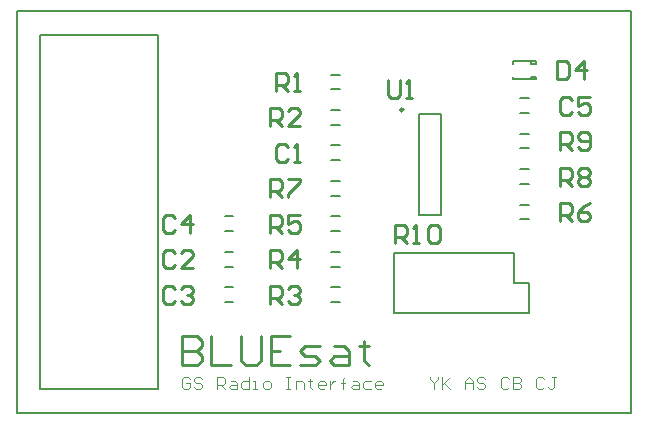
<source format=gto>
%FSLAX25Y25*%
%MOIN*%
G70*
G01*
G75*
G04 Layer_Color=65535*
%ADD10O,0.08661X0.02362*%
%ADD11R,0.03937X0.05709*%
%ADD12R,0.05709X0.02165*%
%ADD13C,0.01000*%
%ADD14C,0.00787*%
%ADD15R,0.04724X0.04724*%
%ADD16C,0.04724*%
%ADD17C,0.09843*%
%ADD18C,0.02756*%
%ADD19C,0.00984*%
%ADD20C,0.00394*%
D13*
X175076Y162156D02*
Y157158D01*
X176076Y156158D01*
X178075D01*
X179075Y157158D01*
Y162156D01*
X181074Y156158D02*
X183074D01*
X182074D01*
Y162156D01*
X181074Y161157D01*
X135529Y99385D02*
Y105383D01*
X138528D01*
X139528Y104383D01*
Y102384D01*
X138528Y101384D01*
X135529D01*
X137529D02*
X139528Y99385D01*
X144526D02*
Y105383D01*
X141527Y102384D01*
X145526D01*
X135559Y111174D02*
Y117172D01*
X138558D01*
X139558Y116172D01*
Y114173D01*
X138558Y113173D01*
X135559D01*
X137558D02*
X139558Y111174D01*
X145556Y117172D02*
X141557D01*
Y114173D01*
X143556Y115173D01*
X144556D01*
X145556Y114173D01*
Y112174D01*
X144556Y111174D01*
X142557D01*
X141557Y112174D01*
X135485Y87574D02*
Y93572D01*
X138484D01*
X139484Y92572D01*
Y90573D01*
X138484Y89573D01*
X135485D01*
X137484D02*
X139484Y87574D01*
X141483Y92572D02*
X142483Y93572D01*
X144482D01*
X145482Y92572D01*
Y91573D01*
X144482Y90573D01*
X143482D01*
X144482D01*
X145482Y89573D01*
Y88574D01*
X144482Y87574D01*
X142483D01*
X141483Y88574D01*
X232400Y138700D02*
Y144698D01*
X235399D01*
X236399Y143698D01*
Y141699D01*
X235399Y140699D01*
X232400D01*
X234399D02*
X236399Y138700D01*
X238398Y139700D02*
X239398Y138700D01*
X241397D01*
X242397Y139700D01*
Y143698D01*
X241397Y144698D01*
X239398D01*
X238398Y143698D01*
Y142699D01*
X239398Y141699D01*
X242397D01*
X232400Y126900D02*
Y132898D01*
X235399D01*
X236399Y131898D01*
Y129899D01*
X235399Y128899D01*
X232400D01*
X234399D02*
X236399Y126900D01*
X238398Y131898D02*
X239398Y132898D01*
X241397D01*
X242397Y131898D01*
Y130899D01*
X241397Y129899D01*
X242397Y128899D01*
Y127900D01*
X241397Y126900D01*
X239398D01*
X238398Y127900D01*
Y128899D01*
X239398Y129899D01*
X238398Y130899D01*
Y131898D01*
X239398Y129899D02*
X241397D01*
X232400Y115100D02*
Y121098D01*
X235399D01*
X236399Y120098D01*
Y118099D01*
X235399Y117099D01*
X232400D01*
X234399D02*
X236399Y115100D01*
X242397Y121098D02*
X240397Y120098D01*
X238398Y118099D01*
Y116100D01*
X239398Y115100D01*
X241397D01*
X242397Y116100D01*
Y117099D01*
X241397Y118099D01*
X238398D01*
X177450Y107888D02*
Y113886D01*
X180449D01*
X181449Y112887D01*
Y110887D01*
X180449Y109888D01*
X177450D01*
X179450D02*
X181449Y107888D01*
X183449D02*
X185448D01*
X184448D01*
Y113886D01*
X183449Y112887D01*
X188447D02*
X189446Y113886D01*
X191446D01*
X192446Y112887D01*
Y108888D01*
X191446Y107888D01*
X189446D01*
X188447Y108888D01*
Y112887D01*
X135485Y146622D02*
Y152620D01*
X138484D01*
X139484Y151620D01*
Y149621D01*
X138484Y148621D01*
X135485D01*
X137484D02*
X139484Y146622D01*
X145482D02*
X141483D01*
X145482Y150621D01*
Y151620D01*
X144482Y152620D01*
X142483D01*
X141483Y151620D01*
X137485Y158422D02*
Y164420D01*
X140484D01*
X141484Y163420D01*
Y161421D01*
X140484Y160421D01*
X137485D01*
X139484D02*
X141484Y158422D01*
X143483D02*
X145482D01*
X144483D01*
Y164420D01*
X143483Y163420D01*
X135559Y122974D02*
Y128972D01*
X138558D01*
X139558Y127972D01*
Y125973D01*
X138558Y124973D01*
X135559D01*
X137558D02*
X139558Y122974D01*
X141557Y128972D02*
X145556D01*
Y127972D01*
X141557Y123974D01*
Y122974D01*
X104095Y104354D02*
X103095Y105354D01*
X101096D01*
X100096Y104354D01*
Y100356D01*
X101096Y99356D01*
X103095D01*
X104095Y100356D01*
X110093Y99356D02*
X106094D01*
X110093Y103355D01*
Y104354D01*
X109093Y105354D01*
X107094D01*
X106094Y104354D01*
X104073Y116146D02*
X103073Y117146D01*
X101074D01*
X100074Y116146D01*
Y112148D01*
X101074Y111148D01*
X103073D01*
X104073Y112148D01*
X109071Y111148D02*
Y117146D01*
X106072Y114147D01*
X110071D01*
X104047Y92520D02*
X103047Y93520D01*
X101048D01*
X100048Y92520D01*
Y88522D01*
X101048Y87522D01*
X103047D01*
X104047Y88522D01*
X106046Y92520D02*
X107046Y93520D01*
X109045D01*
X110045Y92520D01*
Y91521D01*
X109045Y90521D01*
X108045D01*
X109045D01*
X110045Y89521D01*
Y88522D01*
X109045Y87522D01*
X107046D01*
X106046Y88522D01*
X236399Y155498D02*
X235399Y156498D01*
X233400D01*
X232400Y155498D01*
Y151500D01*
X233400Y150500D01*
X235399D01*
X236399Y151500D01*
X242397Y156498D02*
X238398D01*
Y153499D01*
X240397Y154499D01*
X241397D01*
X242397Y153499D01*
Y151500D01*
X241397Y150500D01*
X239398D01*
X238398Y151500D01*
X141484Y139820D02*
X140484Y140820D01*
X138485D01*
X137485Y139820D01*
Y135822D01*
X138485Y134822D01*
X140484D01*
X141484Y135822D01*
X143483Y134822D02*
X145482D01*
X144483D01*
Y140820D01*
X143483Y139820D01*
X231337Y168383D02*
Y162385D01*
X234336D01*
X235336Y163385D01*
Y167383D01*
X234336Y168383D01*
X231337D01*
X240334Y162385D02*
Y168383D01*
X237335Y165384D01*
X241334D01*
X106299Y76768D02*
Y66929D01*
X111219D01*
X112859Y68569D01*
Y70209D01*
X111219Y71849D01*
X106299D01*
X111219D01*
X112859Y73489D01*
Y75129D01*
X111219Y76768D01*
X106299D01*
X116139D02*
Y66929D01*
X122698D01*
X125978Y76768D02*
Y68569D01*
X127618Y66929D01*
X130898D01*
X132537Y68569D01*
Y76768D01*
X142377D02*
X135817D01*
Y66929D01*
X142377D01*
X135817Y71849D02*
X139097D01*
X145657Y66929D02*
X150576D01*
X152216Y68569D01*
X150576Y70209D01*
X147297D01*
X145657Y71849D01*
X147297Y73489D01*
X152216D01*
X157136D02*
X160416D01*
X162056Y71849D01*
Y66929D01*
X157136D01*
X155496Y68569D01*
X157136Y70209D01*
X162056D01*
X166975Y75129D02*
Y73489D01*
X165335D01*
X168615D01*
X166975D01*
Y68569D01*
X168615Y66929D01*
D14*
X185433Y116929D02*
X192520D01*
X185433Y150787D02*
X192520D01*
Y116929D02*
Y150787D01*
X185433Y116929D02*
Y150787D01*
X176850Y84488D02*
Y104488D01*
Y84488D02*
X221850D01*
Y94488D01*
X216850D02*
X221850D01*
X216850D02*
Y104488D01*
X176850D02*
X216850D01*
X120669Y99902D02*
X123425D01*
X120669Y104823D02*
X123425D01*
X156102Y158957D02*
X158858D01*
X156102Y163878D02*
X158858D01*
X156102Y93012D02*
X158858D01*
X156102Y88090D02*
X158858D01*
X156102Y116634D02*
X158858D01*
X156102Y111713D02*
X158858D01*
X156102Y99902D02*
X158858D01*
X156102Y104823D02*
X158858D01*
X120669Y111713D02*
X123425D01*
X120669Y116634D02*
X123425D01*
X156102Y123524D02*
X158858D01*
X156102Y128445D02*
X158858D01*
X120669Y93012D02*
X123425D01*
X120669Y88090D02*
X123425D01*
X156102Y140256D02*
X158858D01*
X156102Y135335D02*
X158858D01*
X156102Y147146D02*
X158858D01*
X156102Y152067D02*
X158858D01*
X219094Y127461D02*
X221850D01*
X219094Y132382D02*
X221850D01*
X219094Y120571D02*
X221850D01*
X219094Y115650D02*
X221850D01*
X219094Y156004D02*
X221850D01*
X219094Y151083D02*
X221850D01*
X219094Y144193D02*
X221850D01*
X219094Y139272D02*
X221850D01*
X222638Y163189D02*
X224213D01*
X222638Y162402D02*
Y163189D01*
Y167520D02*
Y168307D01*
Y167520D02*
X224213D01*
X216732Y168307D02*
X224213D01*
X216732Y162402D02*
X224213D01*
X216732Y167520D02*
Y168307D01*
X224213Y167520D02*
Y168307D01*
X216732Y162402D02*
Y163189D01*
X224213Y162402D02*
Y163189D01*
X68898Y177165D02*
X98425D01*
X59055D02*
X68898D01*
X59055Y59055D02*
Y177165D01*
Y59055D02*
X98425D01*
Y177165D01*
X51181Y51181D02*
Y185039D01*
Y51181D02*
X255906D01*
Y185039D01*
X51181D02*
X255906D01*
D19*
X180020Y152205D02*
G03*
X180020Y152205I-492J0D01*
G01*
D20*
X108923Y62335D02*
X108267Y62991D01*
X106955D01*
X106299Y62335D01*
Y59711D01*
X106955Y59055D01*
X108267D01*
X108923Y59711D01*
Y61023D01*
X107611D01*
X112859Y62335D02*
X112203Y62991D01*
X110891D01*
X110235Y62335D01*
Y61679D01*
X110891Y61023D01*
X112203D01*
X112859Y60367D01*
Y59711D01*
X112203Y59055D01*
X110891D01*
X110235Y59711D01*
X118106Y59055D02*
Y62991D01*
X120074D01*
X120730Y62335D01*
Y61023D01*
X120074Y60367D01*
X118106D01*
X119418D02*
X120730Y59055D01*
X122698Y61679D02*
X124010D01*
X124666Y61023D01*
Y59055D01*
X122698D01*
X122042Y59711D01*
X122698Y60367D01*
X124666D01*
X128602Y62991D02*
Y59055D01*
X126634D01*
X125978Y59711D01*
Y61023D01*
X126634Y61679D01*
X128602D01*
X129914Y59055D02*
X131226D01*
X130570D01*
Y61679D01*
X129914D01*
X133849Y59055D02*
X135161D01*
X135817Y59711D01*
Y61023D01*
X135161Y61679D01*
X133849D01*
X133193Y61023D01*
Y59711D01*
X133849Y59055D01*
X141065Y62991D02*
X142377D01*
X141721D01*
Y59055D01*
X141065D01*
X142377D01*
X144345D02*
Y61679D01*
X146313D01*
X146968Y61023D01*
Y59055D01*
X148936Y62335D02*
Y61679D01*
X148280D01*
X149592D01*
X148936D01*
Y59711D01*
X149592Y59055D01*
X153528D02*
X152216D01*
X151560Y59711D01*
Y61023D01*
X152216Y61679D01*
X153528D01*
X154184Y61023D01*
Y60367D01*
X151560D01*
X155496Y61679D02*
Y59055D01*
Y60367D01*
X156152Y61023D01*
X156808Y61679D01*
X157464D01*
X160088Y59055D02*
Y62335D01*
Y61023D01*
X159432D01*
X160744D01*
X160088D01*
Y62335D01*
X160744Y62991D01*
X163367Y61679D02*
X164679D01*
X165335Y61023D01*
Y59055D01*
X163367D01*
X162712Y59711D01*
X163367Y60367D01*
X165335D01*
X169271Y61679D02*
X167303D01*
X166647Y61023D01*
Y59711D01*
X167303Y59055D01*
X169271D01*
X172551D02*
X171239D01*
X170583Y59711D01*
Y61023D01*
X171239Y61679D01*
X172551D01*
X173207Y61023D01*
Y60367D01*
X170583D01*
X188976Y62991D02*
Y62335D01*
X190288Y61023D01*
X191600Y62335D01*
Y62991D01*
X190288Y61023D02*
Y59055D01*
X192912Y62991D02*
Y59055D01*
Y60367D01*
X195536Y62991D01*
X193568Y61023D01*
X195536Y59055D01*
X200784D02*
Y61679D01*
X202096Y62991D01*
X203407Y61679D01*
Y59055D01*
Y61023D01*
X200784D01*
X207343Y62335D02*
X206687Y62991D01*
X205375D01*
X204719Y62335D01*
Y61679D01*
X205375Y61023D01*
X206687D01*
X207343Y60367D01*
Y59711D01*
X206687Y59055D01*
X205375D01*
X204719Y59711D01*
X215215Y62335D02*
X214559Y62991D01*
X213247D01*
X212591Y62335D01*
Y59711D01*
X213247Y59055D01*
X214559D01*
X215215Y59711D01*
X216527Y62991D02*
Y59055D01*
X218494D01*
X219150Y59711D01*
Y60367D01*
X218494Y61023D01*
X216527D01*
X218494D01*
X219150Y61679D01*
Y62335D01*
X218494Y62991D01*
X216527D01*
X227022Y62335D02*
X226366Y62991D01*
X225054D01*
X224398Y62335D01*
Y59711D01*
X225054Y59055D01*
X226366D01*
X227022Y59711D01*
X230958Y62991D02*
X229646D01*
X230302D01*
Y59711D01*
X229646Y59055D01*
X228990D01*
X228334Y59711D01*
M02*

</source>
